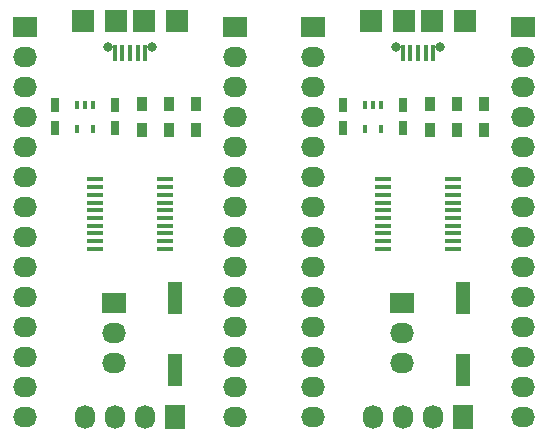
<source format=gbr>
G04 #@! TF.FileFunction,Soldermask,Top*
%FSLAX46Y46*%
G04 Gerber Fmt 4.6, Leading zero omitted, Abs format (unit mm)*
G04 Created by KiCad (PCBNEW 4.0.2+dfsg1-stable) date So 12. marec 2016, 22:26:04 CET*
%MOMM*%
G01*
G04 APERTURE LIST*
%ADD10C,0.100000*%
%ADD11R,0.750000X1.200000*%
%ADD12R,2.032000X1.727200*%
%ADD13O,2.032000X1.727200*%
%ADD14R,1.727200X2.032000*%
%ADD15O,1.727200X2.032000*%
%ADD16R,0.900000X1.200000*%
%ADD17R,1.200000X2.700000*%
%ADD18R,1.450000X0.450000*%
%ADD19R,0.406400X0.660400*%
%ADD20R,0.400000X1.350000*%
%ADD21C,0.800000*%
%ADD22R,1.900000X1.900000*%
G04 APERTURE END LIST*
D10*
D11*
X139700000Y-110805000D03*
X139700000Y-108905000D03*
X134620000Y-110805000D03*
X134620000Y-108905000D03*
D12*
X132080000Y-102235000D03*
D13*
X132080000Y-104775000D03*
X132080000Y-107315000D03*
X132080000Y-109855000D03*
X132080000Y-112395000D03*
X132080000Y-114935000D03*
X132080000Y-117475000D03*
X132080000Y-120015000D03*
X132080000Y-122555000D03*
X132080000Y-125095000D03*
X132080000Y-127635000D03*
X132080000Y-130175000D03*
X132080000Y-132715000D03*
X132080000Y-135255000D03*
D14*
X144780000Y-135255000D03*
D15*
X142240000Y-135255000D03*
X139700000Y-135255000D03*
X137160000Y-135255000D03*
D12*
X149860000Y-102235000D03*
D13*
X149860000Y-104775000D03*
X149860000Y-107315000D03*
X149860000Y-109855000D03*
X149860000Y-112395000D03*
X149860000Y-114935000D03*
X149860000Y-117475000D03*
X149860000Y-120015000D03*
X149860000Y-122555000D03*
X149860000Y-125095000D03*
X149860000Y-127635000D03*
X149860000Y-130175000D03*
X149860000Y-132715000D03*
X149860000Y-135255000D03*
D12*
X139636500Y-125603000D03*
D13*
X139636500Y-128143000D03*
X139636500Y-130683000D03*
D16*
X146558000Y-108755000D03*
X146558000Y-110955000D03*
X141986000Y-108755000D03*
X141986000Y-110955000D03*
X144272000Y-108755000D03*
X144272000Y-110955000D03*
D17*
X144780000Y-125220000D03*
X144780000Y-131320000D03*
D18*
X138020000Y-115185000D03*
X138020000Y-115835000D03*
X138020000Y-116485000D03*
X138020000Y-117135000D03*
X138020000Y-117785000D03*
X138020000Y-118435000D03*
X138020000Y-119085000D03*
X138020000Y-119735000D03*
X138020000Y-120385000D03*
X138020000Y-121035000D03*
X143920000Y-121035000D03*
X143920000Y-120385000D03*
X143920000Y-119735000D03*
X143920000Y-119085000D03*
X143920000Y-118435000D03*
X143920000Y-117785000D03*
X143920000Y-117135000D03*
X143920000Y-116485000D03*
X143920000Y-115835000D03*
X143920000Y-115185000D03*
D19*
X137820400Y-108839000D03*
X136499600Y-108839000D03*
X137160000Y-108839000D03*
X136499600Y-110871000D03*
X137820400Y-110871000D03*
D20*
X142270000Y-104455000D03*
X141620000Y-104455000D03*
X140970000Y-104455000D03*
X140320000Y-104455000D03*
X139670000Y-104455000D03*
D21*
X142870000Y-103930000D03*
X139070000Y-103930000D03*
D22*
X144920000Y-101780000D03*
X137020000Y-101780000D03*
X142170000Y-101780000D03*
X139770000Y-101780000D03*
D11*
X139700000Y-110805000D03*
X139700000Y-108905000D03*
X134620000Y-110805000D03*
X134620000Y-108905000D03*
D12*
X132080000Y-102235000D03*
D13*
X132080000Y-104775000D03*
X132080000Y-107315000D03*
X132080000Y-109855000D03*
X132080000Y-112395000D03*
X132080000Y-114935000D03*
X132080000Y-117475000D03*
X132080000Y-120015000D03*
X132080000Y-122555000D03*
X132080000Y-125095000D03*
X132080000Y-127635000D03*
X132080000Y-130175000D03*
X132080000Y-132715000D03*
X132080000Y-135255000D03*
D14*
X144780000Y-135255000D03*
D15*
X142240000Y-135255000D03*
X139700000Y-135255000D03*
X137160000Y-135255000D03*
D12*
X149860000Y-102235000D03*
D13*
X149860000Y-104775000D03*
X149860000Y-107315000D03*
X149860000Y-109855000D03*
X149860000Y-112395000D03*
X149860000Y-114935000D03*
X149860000Y-117475000D03*
X149860000Y-120015000D03*
X149860000Y-122555000D03*
X149860000Y-125095000D03*
X149860000Y-127635000D03*
X149860000Y-130175000D03*
X149860000Y-132715000D03*
X149860000Y-135255000D03*
D12*
X139636500Y-125603000D03*
D13*
X139636500Y-128143000D03*
X139636500Y-130683000D03*
D16*
X146558000Y-108755000D03*
X146558000Y-110955000D03*
X141986000Y-108755000D03*
X141986000Y-110955000D03*
X144272000Y-108755000D03*
X144272000Y-110955000D03*
D17*
X144780000Y-125220000D03*
X144780000Y-131320000D03*
D18*
X138020000Y-115185000D03*
X138020000Y-115835000D03*
X138020000Y-116485000D03*
X138020000Y-117135000D03*
X138020000Y-117785000D03*
X138020000Y-118435000D03*
X138020000Y-119085000D03*
X138020000Y-119735000D03*
X138020000Y-120385000D03*
X138020000Y-121035000D03*
X143920000Y-121035000D03*
X143920000Y-120385000D03*
X143920000Y-119735000D03*
X143920000Y-119085000D03*
X143920000Y-118435000D03*
X143920000Y-117785000D03*
X143920000Y-117135000D03*
X143920000Y-116485000D03*
X143920000Y-115835000D03*
X143920000Y-115185000D03*
D19*
X137820400Y-108839000D03*
X136499600Y-108839000D03*
X137160000Y-108839000D03*
X136499600Y-110871000D03*
X137820400Y-110871000D03*
D20*
X142270000Y-104455000D03*
X141620000Y-104455000D03*
X140970000Y-104455000D03*
X140320000Y-104455000D03*
X139670000Y-104455000D03*
D21*
X142870000Y-103930000D03*
X139070000Y-103930000D03*
D22*
X144920000Y-101780000D03*
X137020000Y-101780000D03*
X142170000Y-101780000D03*
X139770000Y-101780000D03*
D11*
X164084000Y-110805000D03*
X164084000Y-108905000D03*
X159004000Y-110805000D03*
X159004000Y-108905000D03*
D12*
X156464000Y-102235000D03*
D13*
X156464000Y-104775000D03*
X156464000Y-107315000D03*
X156464000Y-109855000D03*
X156464000Y-112395000D03*
X156464000Y-114935000D03*
X156464000Y-117475000D03*
X156464000Y-120015000D03*
X156464000Y-122555000D03*
X156464000Y-125095000D03*
X156464000Y-127635000D03*
X156464000Y-130175000D03*
X156464000Y-132715000D03*
X156464000Y-135255000D03*
D14*
X169164000Y-135255000D03*
D15*
X166624000Y-135255000D03*
X164084000Y-135255000D03*
X161544000Y-135255000D03*
D12*
X174244000Y-102235000D03*
D13*
X174244000Y-104775000D03*
X174244000Y-107315000D03*
X174244000Y-109855000D03*
X174244000Y-112395000D03*
X174244000Y-114935000D03*
X174244000Y-117475000D03*
X174244000Y-120015000D03*
X174244000Y-122555000D03*
X174244000Y-125095000D03*
X174244000Y-127635000D03*
X174244000Y-130175000D03*
X174244000Y-132715000D03*
X174244000Y-135255000D03*
D12*
X164020500Y-125603000D03*
D13*
X164020500Y-128143000D03*
X164020500Y-130683000D03*
D16*
X170942000Y-108755000D03*
X170942000Y-110955000D03*
X166370000Y-108755000D03*
X166370000Y-110955000D03*
X168656000Y-108755000D03*
X168656000Y-110955000D03*
D17*
X169164000Y-125220000D03*
X169164000Y-131320000D03*
D18*
X162404000Y-115185000D03*
X162404000Y-115835000D03*
X162404000Y-116485000D03*
X162404000Y-117135000D03*
X162404000Y-117785000D03*
X162404000Y-118435000D03*
X162404000Y-119085000D03*
X162404000Y-119735000D03*
X162404000Y-120385000D03*
X162404000Y-121035000D03*
X168304000Y-121035000D03*
X168304000Y-120385000D03*
X168304000Y-119735000D03*
X168304000Y-119085000D03*
X168304000Y-118435000D03*
X168304000Y-117785000D03*
X168304000Y-117135000D03*
X168304000Y-116485000D03*
X168304000Y-115835000D03*
X168304000Y-115185000D03*
D19*
X162204400Y-108839000D03*
X160883600Y-108839000D03*
X161544000Y-108839000D03*
X160883600Y-110871000D03*
X162204400Y-110871000D03*
D20*
X166654000Y-104455000D03*
X166004000Y-104455000D03*
X165354000Y-104455000D03*
X164704000Y-104455000D03*
X164054000Y-104455000D03*
D21*
X167254000Y-103930000D03*
X163454000Y-103930000D03*
D22*
X169304000Y-101780000D03*
X161404000Y-101780000D03*
X166554000Y-101780000D03*
X164154000Y-101780000D03*
M02*

</source>
